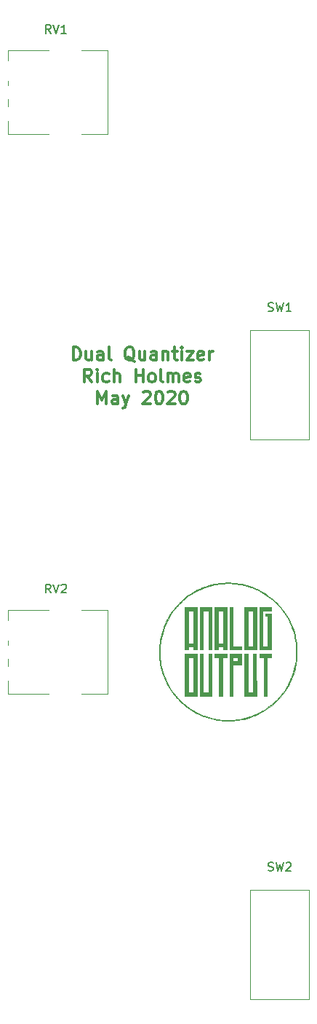
<source format=gbr>
G04 #@! TF.GenerationSoftware,KiCad,Pcbnew,5.1.5-52549c5~84~ubuntu18.04.1*
G04 #@! TF.CreationDate,2020-05-30T11:36:29-04:00*
G04 #@! TF.ProjectId,daughterboard,64617567-6874-4657-9262-6f6172642e6b,rev?*
G04 #@! TF.SameCoordinates,Original*
G04 #@! TF.FileFunction,Legend,Top*
G04 #@! TF.FilePolarity,Positive*
%FSLAX46Y46*%
G04 Gerber Fmt 4.6, Leading zero omitted, Abs format (unit mm)*
G04 Created by KiCad (PCBNEW 5.1.5-52549c5~84~ubuntu18.04.1) date 2020-05-30 11:36:29*
%MOMM*%
%LPD*%
G04 APERTURE LIST*
%ADD10C,0.300000*%
%ADD11C,0.010000*%
%ADD12C,0.120000*%
%ADD13C,0.150000*%
G04 APERTURE END LIST*
D10*
X152964285Y-71128571D02*
X152964285Y-69628571D01*
X153321428Y-69628571D01*
X153535714Y-69700000D01*
X153678571Y-69842857D01*
X153750000Y-69985714D01*
X153821428Y-70271428D01*
X153821428Y-70485714D01*
X153750000Y-70771428D01*
X153678571Y-70914285D01*
X153535714Y-71057142D01*
X153321428Y-71128571D01*
X152964285Y-71128571D01*
X155107142Y-70128571D02*
X155107142Y-71128571D01*
X154464285Y-70128571D02*
X154464285Y-70914285D01*
X154535714Y-71057142D01*
X154678571Y-71128571D01*
X154892857Y-71128571D01*
X155035714Y-71057142D01*
X155107142Y-70985714D01*
X156464285Y-71128571D02*
X156464285Y-70342857D01*
X156392857Y-70200000D01*
X156250000Y-70128571D01*
X155964285Y-70128571D01*
X155821428Y-70200000D01*
X156464285Y-71057142D02*
X156321428Y-71128571D01*
X155964285Y-71128571D01*
X155821428Y-71057142D01*
X155750000Y-70914285D01*
X155750000Y-70771428D01*
X155821428Y-70628571D01*
X155964285Y-70557142D01*
X156321428Y-70557142D01*
X156464285Y-70485714D01*
X157392857Y-71128571D02*
X157250000Y-71057142D01*
X157178571Y-70914285D01*
X157178571Y-69628571D01*
X160107142Y-71271428D02*
X159964285Y-71200000D01*
X159821428Y-71057142D01*
X159607142Y-70842857D01*
X159464285Y-70771428D01*
X159321428Y-70771428D01*
X159392857Y-71128571D02*
X159250000Y-71057142D01*
X159107142Y-70914285D01*
X159035714Y-70628571D01*
X159035714Y-70128571D01*
X159107142Y-69842857D01*
X159250000Y-69700000D01*
X159392857Y-69628571D01*
X159678571Y-69628571D01*
X159821428Y-69700000D01*
X159964285Y-69842857D01*
X160035714Y-70128571D01*
X160035714Y-70628571D01*
X159964285Y-70914285D01*
X159821428Y-71057142D01*
X159678571Y-71128571D01*
X159392857Y-71128571D01*
X161321428Y-70128571D02*
X161321428Y-71128571D01*
X160678571Y-70128571D02*
X160678571Y-70914285D01*
X160750000Y-71057142D01*
X160892857Y-71128571D01*
X161107142Y-71128571D01*
X161250000Y-71057142D01*
X161321428Y-70985714D01*
X162678571Y-71128571D02*
X162678571Y-70342857D01*
X162607142Y-70200000D01*
X162464285Y-70128571D01*
X162178571Y-70128571D01*
X162035714Y-70200000D01*
X162678571Y-71057142D02*
X162535714Y-71128571D01*
X162178571Y-71128571D01*
X162035714Y-71057142D01*
X161964285Y-70914285D01*
X161964285Y-70771428D01*
X162035714Y-70628571D01*
X162178571Y-70557142D01*
X162535714Y-70557142D01*
X162678571Y-70485714D01*
X163392857Y-70128571D02*
X163392857Y-71128571D01*
X163392857Y-70271428D02*
X163464285Y-70200000D01*
X163607142Y-70128571D01*
X163821428Y-70128571D01*
X163964285Y-70200000D01*
X164035714Y-70342857D01*
X164035714Y-71128571D01*
X164535714Y-70128571D02*
X165107142Y-70128571D01*
X164750000Y-69628571D02*
X164750000Y-70914285D01*
X164821428Y-71057142D01*
X164964285Y-71128571D01*
X165107142Y-71128571D01*
X165607142Y-71128571D02*
X165607142Y-70128571D01*
X165607142Y-69628571D02*
X165535714Y-69700000D01*
X165607142Y-69771428D01*
X165678571Y-69700000D01*
X165607142Y-69628571D01*
X165607142Y-69771428D01*
X166178571Y-70128571D02*
X166964285Y-70128571D01*
X166178571Y-71128571D01*
X166964285Y-71128571D01*
X168107142Y-71057142D02*
X167964285Y-71128571D01*
X167678571Y-71128571D01*
X167535714Y-71057142D01*
X167464285Y-70914285D01*
X167464285Y-70342857D01*
X167535714Y-70200000D01*
X167678571Y-70128571D01*
X167964285Y-70128571D01*
X168107142Y-70200000D01*
X168178571Y-70342857D01*
X168178571Y-70485714D01*
X167464285Y-70628571D01*
X168821428Y-71128571D02*
X168821428Y-70128571D01*
X168821428Y-70414285D02*
X168892857Y-70271428D01*
X168964285Y-70200000D01*
X169107142Y-70128571D01*
X169250000Y-70128571D01*
X155107142Y-73678571D02*
X154607142Y-72964285D01*
X154250000Y-73678571D02*
X154250000Y-72178571D01*
X154821428Y-72178571D01*
X154964285Y-72250000D01*
X155035714Y-72321428D01*
X155107142Y-72464285D01*
X155107142Y-72678571D01*
X155035714Y-72821428D01*
X154964285Y-72892857D01*
X154821428Y-72964285D01*
X154250000Y-72964285D01*
X155750000Y-73678571D02*
X155750000Y-72678571D01*
X155750000Y-72178571D02*
X155678571Y-72250000D01*
X155750000Y-72321428D01*
X155821428Y-72250000D01*
X155750000Y-72178571D01*
X155750000Y-72321428D01*
X157107142Y-73607142D02*
X156964285Y-73678571D01*
X156678571Y-73678571D01*
X156535714Y-73607142D01*
X156464285Y-73535714D01*
X156392857Y-73392857D01*
X156392857Y-72964285D01*
X156464285Y-72821428D01*
X156535714Y-72750000D01*
X156678571Y-72678571D01*
X156964285Y-72678571D01*
X157107142Y-72750000D01*
X157750000Y-73678571D02*
X157750000Y-72178571D01*
X158392857Y-73678571D02*
X158392857Y-72892857D01*
X158321428Y-72750000D01*
X158178571Y-72678571D01*
X157964285Y-72678571D01*
X157821428Y-72750000D01*
X157750000Y-72821428D01*
X160250000Y-73678571D02*
X160250000Y-72178571D01*
X160250000Y-72892857D02*
X161107142Y-72892857D01*
X161107142Y-73678571D02*
X161107142Y-72178571D01*
X162035714Y-73678571D02*
X161892857Y-73607142D01*
X161821428Y-73535714D01*
X161750000Y-73392857D01*
X161750000Y-72964285D01*
X161821428Y-72821428D01*
X161892857Y-72750000D01*
X162035714Y-72678571D01*
X162250000Y-72678571D01*
X162392857Y-72750000D01*
X162464285Y-72821428D01*
X162535714Y-72964285D01*
X162535714Y-73392857D01*
X162464285Y-73535714D01*
X162392857Y-73607142D01*
X162250000Y-73678571D01*
X162035714Y-73678571D01*
X163392857Y-73678571D02*
X163250000Y-73607142D01*
X163178571Y-73464285D01*
X163178571Y-72178571D01*
X163964285Y-73678571D02*
X163964285Y-72678571D01*
X163964285Y-72821428D02*
X164035714Y-72750000D01*
X164178571Y-72678571D01*
X164392857Y-72678571D01*
X164535714Y-72750000D01*
X164607142Y-72892857D01*
X164607142Y-73678571D01*
X164607142Y-72892857D02*
X164678571Y-72750000D01*
X164821428Y-72678571D01*
X165035714Y-72678571D01*
X165178571Y-72750000D01*
X165250000Y-72892857D01*
X165250000Y-73678571D01*
X166535714Y-73607142D02*
X166392857Y-73678571D01*
X166107142Y-73678571D01*
X165964285Y-73607142D01*
X165892857Y-73464285D01*
X165892857Y-72892857D01*
X165964285Y-72750000D01*
X166107142Y-72678571D01*
X166392857Y-72678571D01*
X166535714Y-72750000D01*
X166607142Y-72892857D01*
X166607142Y-73035714D01*
X165892857Y-73178571D01*
X167178571Y-73607142D02*
X167321428Y-73678571D01*
X167607142Y-73678571D01*
X167750000Y-73607142D01*
X167821428Y-73464285D01*
X167821428Y-73392857D01*
X167750000Y-73250000D01*
X167607142Y-73178571D01*
X167392857Y-73178571D01*
X167250000Y-73107142D01*
X167178571Y-72964285D01*
X167178571Y-72892857D01*
X167250000Y-72750000D01*
X167392857Y-72678571D01*
X167607142Y-72678571D01*
X167750000Y-72750000D01*
X155821428Y-76228571D02*
X155821428Y-74728571D01*
X156321428Y-75800000D01*
X156821428Y-74728571D01*
X156821428Y-76228571D01*
X158178571Y-76228571D02*
X158178571Y-75442857D01*
X158107142Y-75300000D01*
X157964285Y-75228571D01*
X157678571Y-75228571D01*
X157535714Y-75300000D01*
X158178571Y-76157142D02*
X158035714Y-76228571D01*
X157678571Y-76228571D01*
X157535714Y-76157142D01*
X157464285Y-76014285D01*
X157464285Y-75871428D01*
X157535714Y-75728571D01*
X157678571Y-75657142D01*
X158035714Y-75657142D01*
X158178571Y-75585714D01*
X158750000Y-75228571D02*
X159107142Y-76228571D01*
X159464285Y-75228571D02*
X159107142Y-76228571D01*
X158964285Y-76585714D01*
X158892857Y-76657142D01*
X158750000Y-76728571D01*
X161107142Y-74871428D02*
X161178571Y-74800000D01*
X161321428Y-74728571D01*
X161678571Y-74728571D01*
X161821428Y-74800000D01*
X161892857Y-74871428D01*
X161964285Y-75014285D01*
X161964285Y-75157142D01*
X161892857Y-75371428D01*
X161035714Y-76228571D01*
X161964285Y-76228571D01*
X162892857Y-74728571D02*
X163035714Y-74728571D01*
X163178571Y-74800000D01*
X163250000Y-74871428D01*
X163321428Y-75014285D01*
X163392857Y-75300000D01*
X163392857Y-75657142D01*
X163321428Y-75942857D01*
X163250000Y-76085714D01*
X163178571Y-76157142D01*
X163035714Y-76228571D01*
X162892857Y-76228571D01*
X162750000Y-76157142D01*
X162678571Y-76085714D01*
X162607142Y-75942857D01*
X162535714Y-75657142D01*
X162535714Y-75300000D01*
X162607142Y-75014285D01*
X162678571Y-74871428D01*
X162750000Y-74800000D01*
X162892857Y-74728571D01*
X163964285Y-74871428D02*
X164035714Y-74800000D01*
X164178571Y-74728571D01*
X164535714Y-74728571D01*
X164678571Y-74800000D01*
X164750000Y-74871428D01*
X164821428Y-75014285D01*
X164821428Y-75157142D01*
X164750000Y-75371428D01*
X163892857Y-76228571D01*
X164821428Y-76228571D01*
X165750000Y-74728571D02*
X165892857Y-74728571D01*
X166035714Y-74800000D01*
X166107142Y-74871428D01*
X166178571Y-75014285D01*
X166250000Y-75300000D01*
X166250000Y-75657142D01*
X166178571Y-75942857D01*
X166107142Y-76085714D01*
X166035714Y-76157142D01*
X165892857Y-76228571D01*
X165750000Y-76228571D01*
X165607142Y-76157142D01*
X165535714Y-76085714D01*
X165464285Y-75942857D01*
X165392857Y-75657142D01*
X165392857Y-75300000D01*
X165464285Y-75014285D01*
X165535714Y-74871428D01*
X165607142Y-74800000D01*
X165750000Y-74728571D01*
D11*
G36*
X171174991Y-96975735D02*
G01*
X171390629Y-96982774D01*
X171598909Y-96995337D01*
X171609600Y-96996151D01*
X171928374Y-97027031D01*
X172244574Y-97070289D01*
X172557904Y-97125818D01*
X172868072Y-97193510D01*
X173174782Y-97273257D01*
X173477741Y-97364950D01*
X173776654Y-97468480D01*
X174071227Y-97583741D01*
X174361166Y-97710622D01*
X174646177Y-97849017D01*
X174925965Y-97998816D01*
X175200237Y-98159912D01*
X175468699Y-98332196D01*
X175724400Y-98510716D01*
X175972396Y-98698759D01*
X176213921Y-98897428D01*
X176448286Y-99106041D01*
X176674801Y-99323919D01*
X176892777Y-99550380D01*
X177101524Y-99784742D01*
X177300355Y-100026326D01*
X177433860Y-100200161D01*
X177618876Y-100458787D01*
X177793230Y-100724146D01*
X177956761Y-100995861D01*
X178109306Y-101273556D01*
X178250704Y-101556854D01*
X178380794Y-101845380D01*
X178499413Y-102138756D01*
X178606399Y-102436608D01*
X178701591Y-102738557D01*
X178784827Y-103044229D01*
X178855945Y-103353246D01*
X178909055Y-103631575D01*
X178937042Y-103804235D01*
X178961037Y-103975168D01*
X178981439Y-104147803D01*
X178998648Y-104325570D01*
X179013063Y-104511896D01*
X179014931Y-104539625D01*
X179017042Y-104579936D01*
X179018835Y-104631142D01*
X179020311Y-104691464D01*
X179021469Y-104759124D01*
X179022310Y-104832341D01*
X179022833Y-104909338D01*
X179023039Y-104988334D01*
X179022926Y-105067552D01*
X179022496Y-105145212D01*
X179021748Y-105219534D01*
X179020681Y-105288741D01*
X179019296Y-105351053D01*
X179017593Y-105404691D01*
X179015571Y-105447876D01*
X179014991Y-105457200D01*
X178993639Y-105725334D01*
X178965676Y-105984351D01*
X178930812Y-106236148D01*
X178888757Y-106482622D01*
X178839221Y-106725671D01*
X178787955Y-106943241D01*
X178703741Y-107253427D01*
X178607846Y-107558673D01*
X178500362Y-107858811D01*
X178381378Y-108153671D01*
X178250984Y-108443085D01*
X178109271Y-108726882D01*
X177956329Y-109004895D01*
X177792247Y-109276954D01*
X177617117Y-109542889D01*
X177431028Y-109802532D01*
X177234070Y-110055714D01*
X177026334Y-110302265D01*
X176954446Y-110383239D01*
X176922488Y-110418069D01*
X176882958Y-110460027D01*
X176837387Y-110507566D01*
X176787310Y-110559144D01*
X176734262Y-110613214D01*
X176679776Y-110668232D01*
X176625386Y-110722654D01*
X176572626Y-110774935D01*
X176523031Y-110823529D01*
X176478134Y-110866893D01*
X176439469Y-110903481D01*
X176419725Y-110921698D01*
X176177164Y-111134082D01*
X175927826Y-111335786D01*
X175671968Y-111526703D01*
X175409846Y-111706729D01*
X175141717Y-111875757D01*
X174867836Y-112033681D01*
X174588462Y-112180395D01*
X174303851Y-112315794D01*
X174014258Y-112439772D01*
X173719941Y-112552223D01*
X173421156Y-112653041D01*
X173118160Y-112742120D01*
X172811210Y-112819355D01*
X172500562Y-112884638D01*
X172186472Y-112937866D01*
X171869198Y-112978931D01*
X171548996Y-113007728D01*
X171333375Y-113020087D01*
X171294019Y-113021469D01*
X171244526Y-113022637D01*
X171187151Y-113023583D01*
X171124151Y-113024301D01*
X171057781Y-113024782D01*
X170990295Y-113025020D01*
X170923951Y-113025006D01*
X170861003Y-113024734D01*
X170803708Y-113024196D01*
X170754319Y-113023385D01*
X170715094Y-113022293D01*
X170711075Y-113022138D01*
X170389278Y-113003071D01*
X170070045Y-112971720D01*
X169753659Y-112928190D01*
X169440404Y-112872587D01*
X169130562Y-112805016D01*
X168824416Y-112725583D01*
X168522249Y-112634392D01*
X168224345Y-112531550D01*
X167930987Y-112417162D01*
X167642457Y-112291333D01*
X167359038Y-112154168D01*
X167081015Y-112005773D01*
X166808669Y-111846253D01*
X166542285Y-111675714D01*
X166282144Y-111494261D01*
X166028530Y-111302000D01*
X165973975Y-111258532D01*
X165762582Y-111082109D01*
X165553698Y-110894938D01*
X165349323Y-110698964D01*
X165151459Y-110496129D01*
X164962107Y-110288375D01*
X164894199Y-110210175D01*
X164696322Y-109969527D01*
X164507571Y-109720284D01*
X164328302Y-109463034D01*
X164158871Y-109198365D01*
X163999632Y-108926867D01*
X163850941Y-108649127D01*
X163713153Y-108365734D01*
X163586623Y-108077277D01*
X163544962Y-107974975D01*
X163433049Y-107677599D01*
X163333287Y-107376886D01*
X163245687Y-107073211D01*
X163170261Y-106766952D01*
X163107022Y-106458484D01*
X163055980Y-106148185D01*
X163017150Y-105836431D01*
X162990541Y-105523599D01*
X162976167Y-105210065D01*
X162974743Y-105000000D01*
X163059475Y-105000000D01*
X163059580Y-105096293D01*
X163059947Y-105181638D01*
X163060658Y-105257786D01*
X163061792Y-105326488D01*
X163063429Y-105389495D01*
X163065649Y-105448557D01*
X163068532Y-105505424D01*
X163072159Y-105561849D01*
X163076609Y-105619581D01*
X163081963Y-105680371D01*
X163088301Y-105745971D01*
X163095702Y-105818131D01*
X163097812Y-105838200D01*
X163137267Y-106151784D01*
X163189082Y-106462810D01*
X163253113Y-106770937D01*
X163329214Y-107075827D01*
X163417242Y-107377138D01*
X163517051Y-107674531D01*
X163628497Y-107967665D01*
X163751435Y-108256201D01*
X163885722Y-108539799D01*
X164031211Y-108818118D01*
X164187758Y-109090819D01*
X164355219Y-109357562D01*
X164533450Y-109618007D01*
X164722304Y-109871813D01*
X164915722Y-110111595D01*
X164974700Y-110181174D01*
X165031615Y-110246716D01*
X165088272Y-110310173D01*
X165146476Y-110373500D01*
X165208032Y-110438647D01*
X165274744Y-110507568D01*
X165348418Y-110582215D01*
X165379871Y-110613744D01*
X165508278Y-110740062D01*
X165632218Y-110857562D01*
X165753963Y-110968192D01*
X165875785Y-111073898D01*
X165999956Y-111176628D01*
X166128745Y-111278330D01*
X166264427Y-111380950D01*
X166337040Y-111434290D01*
X166579212Y-111603233D01*
X166830297Y-111764170D01*
X167089121Y-111916523D01*
X167354511Y-112059718D01*
X167625290Y-112193179D01*
X167900285Y-112316331D01*
X168178321Y-112428598D01*
X168458223Y-112529404D01*
X168738818Y-112618175D01*
X168774325Y-112628524D01*
X169003846Y-112691549D01*
X169229880Y-112746941D01*
X169454561Y-112795055D01*
X169680028Y-112836244D01*
X169908415Y-112870863D01*
X170141859Y-112899267D01*
X170382498Y-112921810D01*
X170632466Y-112938847D01*
X170650750Y-112939864D01*
X170678707Y-112940894D01*
X170717779Y-112941600D01*
X170766385Y-112942002D01*
X170822944Y-112942121D01*
X170885874Y-112941975D01*
X170953596Y-112941584D01*
X171024528Y-112940970D01*
X171097089Y-112940150D01*
X171169698Y-112939146D01*
X171240776Y-112937976D01*
X171308740Y-112936661D01*
X171372010Y-112935221D01*
X171429005Y-112933675D01*
X171478144Y-112932043D01*
X171517846Y-112930346D01*
X171546100Y-112928635D01*
X171690558Y-112916665D01*
X171825841Y-112903570D01*
X171955455Y-112888923D01*
X172082903Y-112872300D01*
X172211692Y-112853277D01*
X172339850Y-112832359D01*
X172649490Y-112773295D01*
X172956131Y-112701975D01*
X173259392Y-112618569D01*
X173558895Y-112523249D01*
X173854263Y-112416185D01*
X174145116Y-112297547D01*
X174431077Y-112167506D01*
X174711766Y-112026233D01*
X174986806Y-111873898D01*
X175255819Y-111710672D01*
X175518425Y-111536725D01*
X175774247Y-111352227D01*
X175981575Y-111190866D01*
X176189717Y-111017043D01*
X176394452Y-110833804D01*
X176593631Y-110643227D01*
X176785102Y-110447393D01*
X176966715Y-110248381D01*
X177022169Y-110184632D01*
X177225140Y-109938812D01*
X177417637Y-109685875D01*
X177599532Y-109426036D01*
X177770694Y-109159510D01*
X177930991Y-108886511D01*
X178080295Y-108607255D01*
X178218473Y-108321957D01*
X178345396Y-108030832D01*
X178376354Y-107954666D01*
X178488636Y-107657325D01*
X178588792Y-107356408D01*
X178676748Y-107052227D01*
X178752428Y-106745092D01*
X178815756Y-106435316D01*
X178866658Y-106123210D01*
X178905058Y-105809086D01*
X178911817Y-105739775D01*
X178917793Y-105674465D01*
X178922893Y-105615676D01*
X178927185Y-105561664D01*
X178930737Y-105510687D01*
X178933618Y-105461004D01*
X178935894Y-105410873D01*
X178937634Y-105358551D01*
X178938907Y-105302296D01*
X178939779Y-105240367D01*
X178940319Y-105171022D01*
X178940595Y-105092518D01*
X178940674Y-105003113D01*
X178940675Y-105000000D01*
X178940600Y-104910211D01*
X178940332Y-104831379D01*
X178939801Y-104761763D01*
X178938941Y-104699620D01*
X178937683Y-104643208D01*
X178935959Y-104590785D01*
X178933701Y-104540610D01*
X178930841Y-104490940D01*
X178927312Y-104440033D01*
X178923045Y-104386147D01*
X178917972Y-104327541D01*
X178912026Y-104262471D01*
X178911817Y-104260225D01*
X178876271Y-103946587D01*
X178828284Y-103635048D01*
X178767999Y-103325996D01*
X178695559Y-103019818D01*
X178611109Y-102716902D01*
X178514791Y-102417635D01*
X178406748Y-102122406D01*
X178287124Y-101831601D01*
X178156061Y-101545608D01*
X178013704Y-101264815D01*
X177860196Y-100989610D01*
X177695679Y-100720379D01*
X177520297Y-100457511D01*
X177490694Y-100415300D01*
X177303809Y-100161644D01*
X177106646Y-99915341D01*
X176899486Y-99676690D01*
X176682611Y-99445990D01*
X176456304Y-99223539D01*
X176220846Y-99009637D01*
X175976519Y-98804582D01*
X175953000Y-98785687D01*
X175709432Y-98598764D01*
X175457192Y-98420822D01*
X175196942Y-98252232D01*
X174929348Y-98093367D01*
X174655075Y-97944601D01*
X174374787Y-97806305D01*
X174089149Y-97678853D01*
X173798825Y-97562617D01*
X173717800Y-97532502D01*
X173434472Y-97435024D01*
X173148299Y-97348738D01*
X172858533Y-97273486D01*
X172564427Y-97209108D01*
X172265234Y-97155447D01*
X171960209Y-97112344D01*
X171648604Y-97079641D01*
X171539750Y-97070767D01*
X171488630Y-97067595D01*
X171426592Y-97064898D01*
X171355407Y-97062679D01*
X171276847Y-97060935D01*
X171192685Y-97059667D01*
X171104691Y-97058876D01*
X171014639Y-97058561D01*
X170924300Y-97058722D01*
X170835447Y-97059359D01*
X170749851Y-97060473D01*
X170669284Y-97062062D01*
X170595520Y-97064128D01*
X170530329Y-97066670D01*
X170475483Y-97069689D01*
X170460250Y-97070767D01*
X170184454Y-97095598D01*
X169917162Y-97127842D01*
X169656314Y-97167858D01*
X169399856Y-97216002D01*
X169145729Y-97272631D01*
X168891876Y-97338104D01*
X168842681Y-97351805D01*
X168542873Y-97442852D01*
X168246573Y-97545948D01*
X167954304Y-97660819D01*
X167666593Y-97787187D01*
X167383963Y-97924778D01*
X167106940Y-98073317D01*
X166836048Y-98232527D01*
X166571812Y-98402134D01*
X166314756Y-98581861D01*
X166065405Y-98771434D01*
X165930372Y-98880928D01*
X165785437Y-99004537D01*
X165638871Y-99135990D01*
X165493080Y-99272948D01*
X165350470Y-99413072D01*
X165213447Y-99554023D01*
X165084417Y-99693463D01*
X165021431Y-99764425D01*
X164817557Y-100007239D01*
X164624008Y-100257244D01*
X164440935Y-100514096D01*
X164268488Y-100777449D01*
X164106817Y-101046959D01*
X163956073Y-101322283D01*
X163816408Y-101603076D01*
X163687970Y-101888995D01*
X163570912Y-102179694D01*
X163465383Y-102474830D01*
X163371534Y-102774058D01*
X163289515Y-103077035D01*
X163219478Y-103383415D01*
X163161572Y-103692856D01*
X163115949Y-104005012D01*
X163097812Y-104161800D01*
X163090121Y-104235953D01*
X163083514Y-104303091D01*
X163077912Y-104364965D01*
X163073235Y-104423324D01*
X163069401Y-104479920D01*
X163066332Y-104536504D01*
X163063947Y-104594826D01*
X163062166Y-104656638D01*
X163060909Y-104723689D01*
X163060096Y-104797731D01*
X163059647Y-104880515D01*
X163059481Y-104973791D01*
X163059475Y-105000000D01*
X162974743Y-105000000D01*
X162974039Y-104896206D01*
X162984169Y-104582399D01*
X163006569Y-104269019D01*
X163041252Y-103956445D01*
X163088229Y-103645052D01*
X163147512Y-103335217D01*
X163219113Y-103027317D01*
X163303045Y-102721728D01*
X163370756Y-102504450D01*
X163475926Y-102203487D01*
X163592745Y-101907463D01*
X163721048Y-101616663D01*
X163860665Y-101331376D01*
X164011429Y-101051888D01*
X164173174Y-100778485D01*
X164345731Y-100511455D01*
X164528932Y-100251084D01*
X164722611Y-99997661D01*
X164926599Y-99751470D01*
X165078462Y-99580275D01*
X165108217Y-99548295D01*
X165145594Y-99509116D01*
X165189029Y-99464307D01*
X165236954Y-99415433D01*
X165287803Y-99364061D01*
X165340008Y-99311757D01*
X165392004Y-99260090D01*
X165442222Y-99210624D01*
X165489097Y-99164928D01*
X165531062Y-99124568D01*
X165566549Y-99091110D01*
X165580275Y-99078462D01*
X165821047Y-98867276D01*
X166069184Y-98666321D01*
X166324396Y-98475760D01*
X166586395Y-98295753D01*
X166854890Y-98126464D01*
X167129594Y-97968054D01*
X167410216Y-97820685D01*
X167696469Y-97684520D01*
X167988061Y-97559720D01*
X168284705Y-97446447D01*
X168586111Y-97344863D01*
X168777500Y-97287174D01*
X169086397Y-97204847D01*
X169398110Y-97134900D01*
X169712588Y-97077345D01*
X170029775Y-97032191D01*
X170314200Y-97002451D01*
X170521597Y-96987578D01*
X170736707Y-96978156D01*
X170955760Y-96974202D01*
X171174991Y-96975735D01*
G37*
X171174991Y-96975735D02*
X171390629Y-96982774D01*
X171598909Y-96995337D01*
X171609600Y-96996151D01*
X171928374Y-97027031D01*
X172244574Y-97070289D01*
X172557904Y-97125818D01*
X172868072Y-97193510D01*
X173174782Y-97273257D01*
X173477741Y-97364950D01*
X173776654Y-97468480D01*
X174071227Y-97583741D01*
X174361166Y-97710622D01*
X174646177Y-97849017D01*
X174925965Y-97998816D01*
X175200237Y-98159912D01*
X175468699Y-98332196D01*
X175724400Y-98510716D01*
X175972396Y-98698759D01*
X176213921Y-98897428D01*
X176448286Y-99106041D01*
X176674801Y-99323919D01*
X176892777Y-99550380D01*
X177101524Y-99784742D01*
X177300355Y-100026326D01*
X177433860Y-100200161D01*
X177618876Y-100458787D01*
X177793230Y-100724146D01*
X177956761Y-100995861D01*
X178109306Y-101273556D01*
X178250704Y-101556854D01*
X178380794Y-101845380D01*
X178499413Y-102138756D01*
X178606399Y-102436608D01*
X178701591Y-102738557D01*
X178784827Y-103044229D01*
X178855945Y-103353246D01*
X178909055Y-103631575D01*
X178937042Y-103804235D01*
X178961037Y-103975168D01*
X178981439Y-104147803D01*
X178998648Y-104325570D01*
X179013063Y-104511896D01*
X179014931Y-104539625D01*
X179017042Y-104579936D01*
X179018835Y-104631142D01*
X179020311Y-104691464D01*
X179021469Y-104759124D01*
X179022310Y-104832341D01*
X179022833Y-104909338D01*
X179023039Y-104988334D01*
X179022926Y-105067552D01*
X179022496Y-105145212D01*
X179021748Y-105219534D01*
X179020681Y-105288741D01*
X179019296Y-105351053D01*
X179017593Y-105404691D01*
X179015571Y-105447876D01*
X179014991Y-105457200D01*
X178993639Y-105725334D01*
X178965676Y-105984351D01*
X178930812Y-106236148D01*
X178888757Y-106482622D01*
X178839221Y-106725671D01*
X178787955Y-106943241D01*
X178703741Y-107253427D01*
X178607846Y-107558673D01*
X178500362Y-107858811D01*
X178381378Y-108153671D01*
X178250984Y-108443085D01*
X178109271Y-108726882D01*
X177956329Y-109004895D01*
X177792247Y-109276954D01*
X177617117Y-109542889D01*
X177431028Y-109802532D01*
X177234070Y-110055714D01*
X177026334Y-110302265D01*
X176954446Y-110383239D01*
X176922488Y-110418069D01*
X176882958Y-110460027D01*
X176837387Y-110507566D01*
X176787310Y-110559144D01*
X176734262Y-110613214D01*
X176679776Y-110668232D01*
X176625386Y-110722654D01*
X176572626Y-110774935D01*
X176523031Y-110823529D01*
X176478134Y-110866893D01*
X176439469Y-110903481D01*
X176419725Y-110921698D01*
X176177164Y-111134082D01*
X175927826Y-111335786D01*
X175671968Y-111526703D01*
X175409846Y-111706729D01*
X175141717Y-111875757D01*
X174867836Y-112033681D01*
X174588462Y-112180395D01*
X174303851Y-112315794D01*
X174014258Y-112439772D01*
X173719941Y-112552223D01*
X173421156Y-112653041D01*
X173118160Y-112742120D01*
X172811210Y-112819355D01*
X172500562Y-112884638D01*
X172186472Y-112937866D01*
X171869198Y-112978931D01*
X171548996Y-113007728D01*
X171333375Y-113020087D01*
X171294019Y-113021469D01*
X171244526Y-113022637D01*
X171187151Y-113023583D01*
X171124151Y-113024301D01*
X171057781Y-113024782D01*
X170990295Y-113025020D01*
X170923951Y-113025006D01*
X170861003Y-113024734D01*
X170803708Y-113024196D01*
X170754319Y-113023385D01*
X170715094Y-113022293D01*
X170711075Y-113022138D01*
X170389278Y-113003071D01*
X170070045Y-112971720D01*
X169753659Y-112928190D01*
X169440404Y-112872587D01*
X169130562Y-112805016D01*
X168824416Y-112725583D01*
X168522249Y-112634392D01*
X168224345Y-112531550D01*
X167930987Y-112417162D01*
X167642457Y-112291333D01*
X167359038Y-112154168D01*
X167081015Y-112005773D01*
X166808669Y-111846253D01*
X166542285Y-111675714D01*
X166282144Y-111494261D01*
X166028530Y-111302000D01*
X165973975Y-111258532D01*
X165762582Y-111082109D01*
X165553698Y-110894938D01*
X165349323Y-110698964D01*
X165151459Y-110496129D01*
X164962107Y-110288375D01*
X164894199Y-110210175D01*
X164696322Y-109969527D01*
X164507571Y-109720284D01*
X164328302Y-109463034D01*
X164158871Y-109198365D01*
X163999632Y-108926867D01*
X163850941Y-108649127D01*
X163713153Y-108365734D01*
X163586623Y-108077277D01*
X163544962Y-107974975D01*
X163433049Y-107677599D01*
X163333287Y-107376886D01*
X163245687Y-107073211D01*
X163170261Y-106766952D01*
X163107022Y-106458484D01*
X163055980Y-106148185D01*
X163017150Y-105836431D01*
X162990541Y-105523599D01*
X162976167Y-105210065D01*
X162974743Y-105000000D01*
X163059475Y-105000000D01*
X163059580Y-105096293D01*
X163059947Y-105181638D01*
X163060658Y-105257786D01*
X163061792Y-105326488D01*
X163063429Y-105389495D01*
X163065649Y-105448557D01*
X163068532Y-105505424D01*
X163072159Y-105561849D01*
X163076609Y-105619581D01*
X163081963Y-105680371D01*
X163088301Y-105745971D01*
X163095702Y-105818131D01*
X163097812Y-105838200D01*
X163137267Y-106151784D01*
X163189082Y-106462810D01*
X163253113Y-106770937D01*
X163329214Y-107075827D01*
X163417242Y-107377138D01*
X163517051Y-107674531D01*
X163628497Y-107967665D01*
X163751435Y-108256201D01*
X163885722Y-108539799D01*
X164031211Y-108818118D01*
X164187758Y-109090819D01*
X164355219Y-109357562D01*
X164533450Y-109618007D01*
X164722304Y-109871813D01*
X164915722Y-110111595D01*
X164974700Y-110181174D01*
X165031615Y-110246716D01*
X165088272Y-110310173D01*
X165146476Y-110373500D01*
X165208032Y-110438647D01*
X165274744Y-110507568D01*
X165348418Y-110582215D01*
X165379871Y-110613744D01*
X165508278Y-110740062D01*
X165632218Y-110857562D01*
X165753963Y-110968192D01*
X165875785Y-111073898D01*
X165999956Y-111176628D01*
X166128745Y-111278330D01*
X166264427Y-111380950D01*
X166337040Y-111434290D01*
X166579212Y-111603233D01*
X166830297Y-111764170D01*
X167089121Y-111916523D01*
X167354511Y-112059718D01*
X167625290Y-112193179D01*
X167900285Y-112316331D01*
X168178321Y-112428598D01*
X168458223Y-112529404D01*
X168738818Y-112618175D01*
X168774325Y-112628524D01*
X169003846Y-112691549D01*
X169229880Y-112746941D01*
X169454561Y-112795055D01*
X169680028Y-112836244D01*
X169908415Y-112870863D01*
X170141859Y-112899267D01*
X170382498Y-112921810D01*
X170632466Y-112938847D01*
X170650750Y-112939864D01*
X170678707Y-112940894D01*
X170717779Y-112941600D01*
X170766385Y-112942002D01*
X170822944Y-112942121D01*
X170885874Y-112941975D01*
X170953596Y-112941584D01*
X171024528Y-112940970D01*
X171097089Y-112940150D01*
X171169698Y-112939146D01*
X171240776Y-112937976D01*
X171308740Y-112936661D01*
X171372010Y-112935221D01*
X171429005Y-112933675D01*
X171478144Y-112932043D01*
X171517846Y-112930346D01*
X171546100Y-112928635D01*
X171690558Y-112916665D01*
X171825841Y-112903570D01*
X171955455Y-112888923D01*
X172082903Y-112872300D01*
X172211692Y-112853277D01*
X172339850Y-112832359D01*
X172649490Y-112773295D01*
X172956131Y-112701975D01*
X173259392Y-112618569D01*
X173558895Y-112523249D01*
X173854263Y-112416185D01*
X174145116Y-112297547D01*
X174431077Y-112167506D01*
X174711766Y-112026233D01*
X174986806Y-111873898D01*
X175255819Y-111710672D01*
X175518425Y-111536725D01*
X175774247Y-111352227D01*
X175981575Y-111190866D01*
X176189717Y-111017043D01*
X176394452Y-110833804D01*
X176593631Y-110643227D01*
X176785102Y-110447393D01*
X176966715Y-110248381D01*
X177022169Y-110184632D01*
X177225140Y-109938812D01*
X177417637Y-109685875D01*
X177599532Y-109426036D01*
X177770694Y-109159510D01*
X177930991Y-108886511D01*
X178080295Y-108607255D01*
X178218473Y-108321957D01*
X178345396Y-108030832D01*
X178376354Y-107954666D01*
X178488636Y-107657325D01*
X178588792Y-107356408D01*
X178676748Y-107052227D01*
X178752428Y-106745092D01*
X178815756Y-106435316D01*
X178866658Y-106123210D01*
X178905058Y-105809086D01*
X178911817Y-105739775D01*
X178917793Y-105674465D01*
X178922893Y-105615676D01*
X178927185Y-105561664D01*
X178930737Y-105510687D01*
X178933618Y-105461004D01*
X178935894Y-105410873D01*
X178937634Y-105358551D01*
X178938907Y-105302296D01*
X178939779Y-105240367D01*
X178940319Y-105171022D01*
X178940595Y-105092518D01*
X178940674Y-105003113D01*
X178940675Y-105000000D01*
X178940600Y-104910211D01*
X178940332Y-104831379D01*
X178939801Y-104761763D01*
X178938941Y-104699620D01*
X178937683Y-104643208D01*
X178935959Y-104590785D01*
X178933701Y-104540610D01*
X178930841Y-104490940D01*
X178927312Y-104440033D01*
X178923045Y-104386147D01*
X178917972Y-104327541D01*
X178912026Y-104262471D01*
X178911817Y-104260225D01*
X178876271Y-103946587D01*
X178828284Y-103635048D01*
X178767999Y-103325996D01*
X178695559Y-103019818D01*
X178611109Y-102716902D01*
X178514791Y-102417635D01*
X178406748Y-102122406D01*
X178287124Y-101831601D01*
X178156061Y-101545608D01*
X178013704Y-101264815D01*
X177860196Y-100989610D01*
X177695679Y-100720379D01*
X177520297Y-100457511D01*
X177490694Y-100415300D01*
X177303809Y-100161644D01*
X177106646Y-99915341D01*
X176899486Y-99676690D01*
X176682611Y-99445990D01*
X176456304Y-99223539D01*
X176220846Y-99009637D01*
X175976519Y-98804582D01*
X175953000Y-98785687D01*
X175709432Y-98598764D01*
X175457192Y-98420822D01*
X175196942Y-98252232D01*
X174929348Y-98093367D01*
X174655075Y-97944601D01*
X174374787Y-97806305D01*
X174089149Y-97678853D01*
X173798825Y-97562617D01*
X173717800Y-97532502D01*
X173434472Y-97435024D01*
X173148299Y-97348738D01*
X172858533Y-97273486D01*
X172564427Y-97209108D01*
X172265234Y-97155447D01*
X171960209Y-97112344D01*
X171648604Y-97079641D01*
X171539750Y-97070767D01*
X171488630Y-97067595D01*
X171426592Y-97064898D01*
X171355407Y-97062679D01*
X171276847Y-97060935D01*
X171192685Y-97059667D01*
X171104691Y-97058876D01*
X171014639Y-97058561D01*
X170924300Y-97058722D01*
X170835447Y-97059359D01*
X170749851Y-97060473D01*
X170669284Y-97062062D01*
X170595520Y-97064128D01*
X170530329Y-97066670D01*
X170475483Y-97069689D01*
X170460250Y-97070767D01*
X170184454Y-97095598D01*
X169917162Y-97127842D01*
X169656314Y-97167858D01*
X169399856Y-97216002D01*
X169145729Y-97272631D01*
X168891876Y-97338104D01*
X168842681Y-97351805D01*
X168542873Y-97442852D01*
X168246573Y-97545948D01*
X167954304Y-97660819D01*
X167666593Y-97787187D01*
X167383963Y-97924778D01*
X167106940Y-98073317D01*
X166836048Y-98232527D01*
X166571812Y-98402134D01*
X166314756Y-98581861D01*
X166065405Y-98771434D01*
X165930372Y-98880928D01*
X165785437Y-99004537D01*
X165638871Y-99135990D01*
X165493080Y-99272948D01*
X165350470Y-99413072D01*
X165213447Y-99554023D01*
X165084417Y-99693463D01*
X165021431Y-99764425D01*
X164817557Y-100007239D01*
X164624008Y-100257244D01*
X164440935Y-100514096D01*
X164268488Y-100777449D01*
X164106817Y-101046959D01*
X163956073Y-101322283D01*
X163816408Y-101603076D01*
X163687970Y-101888995D01*
X163570912Y-102179694D01*
X163465383Y-102474830D01*
X163371534Y-102774058D01*
X163289515Y-103077035D01*
X163219478Y-103383415D01*
X163161572Y-103692856D01*
X163115949Y-104005012D01*
X163097812Y-104161800D01*
X163090121Y-104235953D01*
X163083514Y-104303091D01*
X163077912Y-104364965D01*
X163073235Y-104423324D01*
X163069401Y-104479920D01*
X163066332Y-104536504D01*
X163063947Y-104594826D01*
X163062166Y-104656638D01*
X163060909Y-104723689D01*
X163060096Y-104797731D01*
X163059647Y-104880515D01*
X163059481Y-104973791D01*
X163059475Y-105000000D01*
X162974743Y-105000000D01*
X162974039Y-104896206D01*
X162984169Y-104582399D01*
X163006569Y-104269019D01*
X163041252Y-103956445D01*
X163088229Y-103645052D01*
X163147512Y-103335217D01*
X163219113Y-103027317D01*
X163303045Y-102721728D01*
X163370756Y-102504450D01*
X163475926Y-102203487D01*
X163592745Y-101907463D01*
X163721048Y-101616663D01*
X163860665Y-101331376D01*
X164011429Y-101051888D01*
X164173174Y-100778485D01*
X164345731Y-100511455D01*
X164528932Y-100251084D01*
X164722611Y-99997661D01*
X164926599Y-99751470D01*
X165078462Y-99580275D01*
X165108217Y-99548295D01*
X165145594Y-99509116D01*
X165189029Y-99464307D01*
X165236954Y-99415433D01*
X165287803Y-99364061D01*
X165340008Y-99311757D01*
X165392004Y-99260090D01*
X165442222Y-99210624D01*
X165489097Y-99164928D01*
X165531062Y-99124568D01*
X165566549Y-99091110D01*
X165580275Y-99078462D01*
X165821047Y-98867276D01*
X166069184Y-98666321D01*
X166324396Y-98475760D01*
X166586395Y-98295753D01*
X166854890Y-98126464D01*
X167129594Y-97968054D01*
X167410216Y-97820685D01*
X167696469Y-97684520D01*
X167988061Y-97559720D01*
X168284705Y-97446447D01*
X168586111Y-97344863D01*
X168777500Y-97287174D01*
X169086397Y-97204847D01*
X169398110Y-97134900D01*
X169712588Y-97077345D01*
X170029775Y-97032191D01*
X170314200Y-97002451D01*
X170521597Y-96987578D01*
X170736707Y-96978156D01*
X170955760Y-96974202D01*
X171174991Y-96975735D01*
G36*
X167355100Y-110149850D02*
G01*
X166670358Y-110149850D01*
X166578164Y-110149811D01*
X166489542Y-110149699D01*
X166405319Y-110149519D01*
X166326320Y-110149275D01*
X166253370Y-110148972D01*
X166187295Y-110148617D01*
X166128920Y-110148213D01*
X166079070Y-110147766D01*
X166038572Y-110147281D01*
X166008250Y-110146764D01*
X165988929Y-110146218D01*
X165981437Y-110145649D01*
X165981383Y-110145616D01*
X165981079Y-110139033D01*
X165980782Y-110120182D01*
X165980490Y-110089499D01*
X165980206Y-110047417D01*
X165979930Y-109994368D01*
X165979662Y-109930787D01*
X165979403Y-109857108D01*
X165979155Y-109773763D01*
X165978918Y-109681186D01*
X165978692Y-109579811D01*
X165978478Y-109470070D01*
X165978278Y-109352399D01*
X165978091Y-109227230D01*
X165977919Y-109094997D01*
X165977762Y-108956133D01*
X165977622Y-108811072D01*
X165977498Y-108660247D01*
X165977392Y-108504092D01*
X165977304Y-108343040D01*
X165977235Y-108177526D01*
X165977186Y-108007981D01*
X165977157Y-107834841D01*
X165977150Y-107688166D01*
X165977150Y-105641350D01*
X166370850Y-105641350D01*
X166370850Y-109737100D01*
X166967750Y-109737100D01*
X166967750Y-105641350D01*
X166370850Y-105641350D01*
X165977150Y-105641350D01*
X165977150Y-105234950D01*
X167355100Y-105234950D01*
X167355100Y-110149850D01*
G37*
X167355100Y-110149850D02*
X166670358Y-110149850D01*
X166578164Y-110149811D01*
X166489542Y-110149699D01*
X166405319Y-110149519D01*
X166326320Y-110149275D01*
X166253370Y-110148972D01*
X166187295Y-110148617D01*
X166128920Y-110148213D01*
X166079070Y-110147766D01*
X166038572Y-110147281D01*
X166008250Y-110146764D01*
X165988929Y-110146218D01*
X165981437Y-110145649D01*
X165981383Y-110145616D01*
X165981079Y-110139033D01*
X165980782Y-110120182D01*
X165980490Y-110089499D01*
X165980206Y-110047417D01*
X165979930Y-109994368D01*
X165979662Y-109930787D01*
X165979403Y-109857108D01*
X165979155Y-109773763D01*
X165978918Y-109681186D01*
X165978692Y-109579811D01*
X165978478Y-109470070D01*
X165978278Y-109352399D01*
X165978091Y-109227230D01*
X165977919Y-109094997D01*
X165977762Y-108956133D01*
X165977622Y-108811072D01*
X165977498Y-108660247D01*
X165977392Y-108504092D01*
X165977304Y-108343040D01*
X165977235Y-108177526D01*
X165977186Y-108007981D01*
X165977157Y-107834841D01*
X165977150Y-107688166D01*
X165977150Y-105641350D01*
X166370850Y-105641350D01*
X166370850Y-109737100D01*
X166967750Y-109737100D01*
X166967750Y-105641350D01*
X166370850Y-105641350D01*
X165977150Y-105641350D01*
X165977150Y-105234950D01*
X167355100Y-105234950D01*
X167355100Y-110149850D01*
G36*
X168104400Y-109737100D02*
G01*
X168701300Y-109737100D01*
X168701300Y-105234950D01*
X169088650Y-105234950D01*
X169088650Y-110147095D01*
X168402373Y-110147095D01*
X168310147Y-110147064D01*
X168221541Y-110146975D01*
X168137377Y-110146831D01*
X168058473Y-110146637D01*
X167985649Y-110146396D01*
X167919725Y-110146112D01*
X167861520Y-110145790D01*
X167811855Y-110145434D01*
X167771547Y-110145047D01*
X167741419Y-110144634D01*
X167722288Y-110144199D01*
X167714974Y-110143745D01*
X167714925Y-110143710D01*
X167714846Y-110137187D01*
X167714780Y-110118398D01*
X167714725Y-110087776D01*
X167714682Y-110045754D01*
X167714651Y-109992765D01*
X167714631Y-109929243D01*
X167714623Y-109855622D01*
X167714625Y-109772333D01*
X167714639Y-109679812D01*
X167714663Y-109578492D01*
X167714698Y-109468804D01*
X167714744Y-109351184D01*
X167714799Y-109226065D01*
X167714865Y-109093879D01*
X167714941Y-108955060D01*
X167715026Y-108810042D01*
X167715121Y-108659258D01*
X167715226Y-108503141D01*
X167715340Y-108342124D01*
X167715463Y-108176642D01*
X167715595Y-108007127D01*
X167715735Y-107834012D01*
X167715859Y-107687637D01*
X167717965Y-105234950D01*
X168104400Y-105234950D01*
X168104400Y-109737100D01*
G37*
X168104400Y-109737100D02*
X168701300Y-109737100D01*
X168701300Y-105234950D01*
X169088650Y-105234950D01*
X169088650Y-110147095D01*
X168402373Y-110147095D01*
X168310147Y-110147064D01*
X168221541Y-110146975D01*
X168137377Y-110146831D01*
X168058473Y-110146637D01*
X167985649Y-110146396D01*
X167919725Y-110146112D01*
X167861520Y-110145790D01*
X167811855Y-110145434D01*
X167771547Y-110145047D01*
X167741419Y-110144634D01*
X167722288Y-110144199D01*
X167714974Y-110143745D01*
X167714925Y-110143710D01*
X167714846Y-110137187D01*
X167714780Y-110118398D01*
X167714725Y-110087776D01*
X167714682Y-110045754D01*
X167714651Y-109992765D01*
X167714631Y-109929243D01*
X167714623Y-109855622D01*
X167714625Y-109772333D01*
X167714639Y-109679812D01*
X167714663Y-109578492D01*
X167714698Y-109468804D01*
X167714744Y-109351184D01*
X167714799Y-109226065D01*
X167714865Y-109093879D01*
X167714941Y-108955060D01*
X167715026Y-108810042D01*
X167715121Y-108659258D01*
X167715226Y-108503141D01*
X167715340Y-108342124D01*
X167715463Y-108176642D01*
X167715595Y-108007127D01*
X167715735Y-107834012D01*
X167715859Y-107687637D01*
X167717965Y-105234950D01*
X168104400Y-105234950D01*
X168104400Y-109737100D01*
G36*
X173298700Y-109737100D02*
G01*
X173895600Y-109737100D01*
X173895600Y-105234950D01*
X174282950Y-105234950D01*
X174284490Y-107486025D01*
X174284606Y-107656617D01*
X174284720Y-107825000D01*
X174284833Y-107990666D01*
X174284942Y-108153107D01*
X174285048Y-108311814D01*
X174285151Y-108466281D01*
X174285251Y-108616000D01*
X174285346Y-108760461D01*
X174285437Y-108899158D01*
X174285524Y-109031582D01*
X174285605Y-109157225D01*
X174285681Y-109275581D01*
X174285752Y-109386139D01*
X174285816Y-109488394D01*
X174285874Y-109581836D01*
X174285926Y-109665958D01*
X174285970Y-109740251D01*
X174286008Y-109804209D01*
X174286038Y-109857323D01*
X174286059Y-109899085D01*
X174286073Y-109928987D01*
X174286077Y-109941887D01*
X174286125Y-110146675D01*
X173598737Y-110146901D01*
X172911350Y-110147127D01*
X172911350Y-105234950D01*
X173298700Y-105234950D01*
X173298700Y-109737100D01*
G37*
X173298700Y-109737100D02*
X173895600Y-109737100D01*
X173895600Y-105234950D01*
X174282950Y-105234950D01*
X174284490Y-107486025D01*
X174284606Y-107656617D01*
X174284720Y-107825000D01*
X174284833Y-107990666D01*
X174284942Y-108153107D01*
X174285048Y-108311814D01*
X174285151Y-108466281D01*
X174285251Y-108616000D01*
X174285346Y-108760461D01*
X174285437Y-108899158D01*
X174285524Y-109031582D01*
X174285605Y-109157225D01*
X174285681Y-109275581D01*
X174285752Y-109386139D01*
X174285816Y-109488394D01*
X174285874Y-109581836D01*
X174285926Y-109665958D01*
X174285970Y-109740251D01*
X174286008Y-109804209D01*
X174286038Y-109857323D01*
X174286059Y-109899085D01*
X174286073Y-109928987D01*
X174286077Y-109941887D01*
X174286125Y-110146675D01*
X173598737Y-110146901D01*
X172911350Y-110147127D01*
X172911350Y-105234950D01*
X173298700Y-105234950D01*
X173298700Y-109737100D01*
G36*
X170822200Y-105641350D02*
G01*
X170326900Y-105641350D01*
X170326900Y-110143500D01*
X169939550Y-110143500D01*
X169939550Y-105641350D01*
X169444250Y-105641350D01*
X169444250Y-105234950D01*
X170822200Y-105234950D01*
X170822200Y-105641350D01*
G37*
X170822200Y-105641350D02*
X170326900Y-105641350D01*
X170326900Y-110143500D01*
X169939550Y-110143500D01*
X169939550Y-105641350D01*
X169444250Y-105641350D01*
X169444250Y-105234950D01*
X170822200Y-105234950D01*
X170822200Y-105641350D01*
G36*
X172555750Y-106498522D02*
G01*
X172062037Y-106500148D01*
X171568325Y-106501775D01*
X171566726Y-108322637D01*
X171565128Y-110143500D01*
X171177800Y-110143500D01*
X171177800Y-105959181D01*
X171566227Y-105959181D01*
X171566297Y-106001195D01*
X171566542Y-106036245D01*
X171566952Y-106062800D01*
X171567519Y-106079330D01*
X171568039Y-106084220D01*
X171571377Y-106086165D01*
X171580368Y-106087789D01*
X171595905Y-106089117D01*
X171618886Y-106090172D01*
X171650204Y-106090979D01*
X171690756Y-106091561D01*
X171741437Y-106091942D01*
X171803141Y-106092147D01*
X171866575Y-106092200D01*
X172162050Y-106092200D01*
X172162050Y-105641224D01*
X171865187Y-105642874D01*
X171568325Y-105644525D01*
X171566651Y-105860382D01*
X171566342Y-105911733D01*
X171566227Y-105959181D01*
X171177800Y-105959181D01*
X171177800Y-105234950D01*
X172555750Y-105234950D01*
X172555750Y-106498522D01*
G37*
X172555750Y-106498522D02*
X172062037Y-106500148D01*
X171568325Y-106501775D01*
X171566726Y-108322637D01*
X171565128Y-110143500D01*
X171177800Y-110143500D01*
X171177800Y-105959181D01*
X171566227Y-105959181D01*
X171566297Y-106001195D01*
X171566542Y-106036245D01*
X171566952Y-106062800D01*
X171567519Y-106079330D01*
X171568039Y-106084220D01*
X171571377Y-106086165D01*
X171580368Y-106087789D01*
X171595905Y-106089117D01*
X171618886Y-106090172D01*
X171650204Y-106090979D01*
X171690756Y-106091561D01*
X171741437Y-106091942D01*
X171803141Y-106092147D01*
X171866575Y-106092200D01*
X172162050Y-106092200D01*
X172162050Y-105641224D01*
X171865187Y-105642874D01*
X171568325Y-105644525D01*
X171566651Y-105860382D01*
X171566342Y-105911733D01*
X171566227Y-105959181D01*
X171177800Y-105959181D01*
X171177800Y-105234950D01*
X172555750Y-105234950D01*
X172555750Y-106498522D01*
G36*
X176016500Y-105641350D02*
G01*
X175527550Y-105641350D01*
X175527550Y-110143500D01*
X175133850Y-110143500D01*
X175133850Y-105641350D01*
X174644900Y-105641350D01*
X174644900Y-105234950D01*
X176016500Y-105234950D01*
X176016500Y-105641350D01*
G37*
X176016500Y-105641350D02*
X175527550Y-105641350D01*
X175527550Y-110143500D01*
X175133850Y-110143500D01*
X175133850Y-105641350D01*
X174644900Y-105641350D01*
X174644900Y-105234950D01*
X176016500Y-105234950D01*
X176016500Y-105641350D01*
G36*
X167355100Y-104765050D02*
G01*
X166967750Y-104765050D01*
X166967750Y-104358650D01*
X166370850Y-104358650D01*
X166370850Y-104765050D01*
X165983500Y-104765050D01*
X165983372Y-104563437D01*
X165983360Y-104541822D01*
X165983346Y-104508014D01*
X165983329Y-104462520D01*
X165983309Y-104405845D01*
X165983286Y-104338496D01*
X165983262Y-104260980D01*
X165983234Y-104173804D01*
X165983205Y-104077474D01*
X165983174Y-103972497D01*
X165983141Y-103859379D01*
X165983106Y-103738627D01*
X165983070Y-103610748D01*
X165983032Y-103476247D01*
X165982993Y-103335632D01*
X165982953Y-103189410D01*
X165982912Y-103038086D01*
X165982870Y-102882168D01*
X165982827Y-102722162D01*
X165982784Y-102558575D01*
X165982740Y-102391913D01*
X165982696Y-102222682D01*
X165982667Y-102107575D01*
X165982195Y-100262900D01*
X166370850Y-100262900D01*
X166370850Y-104085725D01*
X166667712Y-104084075D01*
X166964575Y-104082425D01*
X166966172Y-102172662D01*
X166967770Y-100262900D01*
X166370850Y-100262900D01*
X165982195Y-100262900D01*
X165982090Y-99853325D01*
X166668595Y-99853098D01*
X167355100Y-99852872D01*
X167355100Y-104765050D01*
G37*
X167355100Y-104765050D02*
X166967750Y-104765050D01*
X166967750Y-104358650D01*
X166370850Y-104358650D01*
X166370850Y-104765050D01*
X165983500Y-104765050D01*
X165983372Y-104563437D01*
X165983360Y-104541822D01*
X165983346Y-104508014D01*
X165983329Y-104462520D01*
X165983309Y-104405845D01*
X165983286Y-104338496D01*
X165983262Y-104260980D01*
X165983234Y-104173804D01*
X165983205Y-104077474D01*
X165983174Y-103972497D01*
X165983141Y-103859379D01*
X165983106Y-103738627D01*
X165983070Y-103610748D01*
X165983032Y-103476247D01*
X165982993Y-103335632D01*
X165982953Y-103189410D01*
X165982912Y-103038086D01*
X165982870Y-102882168D01*
X165982827Y-102722162D01*
X165982784Y-102558575D01*
X165982740Y-102391913D01*
X165982696Y-102222682D01*
X165982667Y-102107575D01*
X165982195Y-100262900D01*
X166370850Y-100262900D01*
X166370850Y-104085725D01*
X166667712Y-104084075D01*
X166964575Y-104082425D01*
X166966172Y-102172662D01*
X166967770Y-100262900D01*
X166370850Y-100262900D01*
X165982195Y-100262900D01*
X165982090Y-99853325D01*
X166668595Y-99853098D01*
X167355100Y-99852872D01*
X167355100Y-104765050D01*
G36*
X169088650Y-104765050D02*
G01*
X168701300Y-104765050D01*
X168701300Y-100262900D01*
X168104400Y-100262900D01*
X168104400Y-104765050D01*
X167717050Y-104765050D01*
X167715509Y-102513975D01*
X167715393Y-102343382D01*
X167715279Y-102174999D01*
X167715166Y-102009333D01*
X167715057Y-101846892D01*
X167714951Y-101688185D01*
X167714848Y-101533718D01*
X167714748Y-101383999D01*
X167714653Y-101239538D01*
X167714562Y-101100841D01*
X167714475Y-100968417D01*
X167714394Y-100842774D01*
X167714318Y-100724418D01*
X167714247Y-100613860D01*
X167714183Y-100511605D01*
X167714125Y-100418163D01*
X167714073Y-100334041D01*
X167714029Y-100259748D01*
X167713991Y-100195790D01*
X167713961Y-100142676D01*
X167713940Y-100100914D01*
X167713926Y-100071012D01*
X167713922Y-100058112D01*
X167713875Y-99853325D01*
X168401262Y-99853098D01*
X169088650Y-99852872D01*
X169088650Y-104765050D01*
G37*
X169088650Y-104765050D02*
X168701300Y-104765050D01*
X168701300Y-100262900D01*
X168104400Y-100262900D01*
X168104400Y-104765050D01*
X167717050Y-104765050D01*
X167715509Y-102513975D01*
X167715393Y-102343382D01*
X167715279Y-102174999D01*
X167715166Y-102009333D01*
X167715057Y-101846892D01*
X167714951Y-101688185D01*
X167714848Y-101533718D01*
X167714748Y-101383999D01*
X167714653Y-101239538D01*
X167714562Y-101100841D01*
X167714475Y-100968417D01*
X167714394Y-100842774D01*
X167714318Y-100724418D01*
X167714247Y-100613860D01*
X167714183Y-100511605D01*
X167714125Y-100418163D01*
X167714073Y-100334041D01*
X167714029Y-100259748D01*
X167713991Y-100195790D01*
X167713961Y-100142676D01*
X167713940Y-100100914D01*
X167713926Y-100071012D01*
X167713922Y-100058112D01*
X167713875Y-99853325D01*
X168401262Y-99853098D01*
X169088650Y-99852872D01*
X169088650Y-104765050D01*
G36*
X170820620Y-102309187D02*
G01*
X170822216Y-104765050D01*
X170434850Y-104765050D01*
X170434850Y-104358650D01*
X169837950Y-104358650D01*
X169837950Y-104765050D01*
X169444233Y-104765050D01*
X169445829Y-102309187D01*
X169447158Y-100262900D01*
X169837950Y-100262900D01*
X169837950Y-104085725D01*
X170134812Y-104084075D01*
X170431675Y-104082425D01*
X170433272Y-102172662D01*
X170434870Y-100262900D01*
X169837950Y-100262900D01*
X169447158Y-100262900D01*
X169447425Y-99853325D01*
X170819025Y-99853325D01*
X170820620Y-102309187D01*
G37*
X170820620Y-102309187D02*
X170822216Y-104765050D01*
X170434850Y-104765050D01*
X170434850Y-104358650D01*
X169837950Y-104358650D01*
X169837950Y-104765050D01*
X169444233Y-104765050D01*
X169445829Y-102309187D01*
X169447158Y-100262900D01*
X169837950Y-100262900D01*
X169837950Y-104085725D01*
X170134812Y-104084075D01*
X170431675Y-104082425D01*
X170433272Y-102172662D01*
X170434870Y-100262900D01*
X169837950Y-100262900D01*
X169447158Y-100262900D01*
X169447425Y-99853325D01*
X170819025Y-99853325D01*
X170820620Y-102309187D01*
G36*
X171566728Y-102105987D02*
G01*
X171568325Y-104355475D01*
X172062037Y-104357101D01*
X172555750Y-104358727D01*
X172555750Y-104765050D01*
X171177800Y-104765050D01*
X171177800Y-99856500D01*
X171565132Y-99856500D01*
X171566728Y-102105987D01*
G37*
X171566728Y-102105987D02*
X171568325Y-104355475D01*
X172062037Y-104357101D01*
X172555750Y-104358727D01*
X172555750Y-104765050D01*
X171177800Y-104765050D01*
X171177800Y-99856500D01*
X171565132Y-99856500D01*
X171566728Y-102105987D01*
G36*
X173598737Y-99851709D02*
G01*
X174286125Y-99853325D01*
X174287720Y-102309187D01*
X174289316Y-104765050D01*
X172911350Y-104765050D01*
X172911350Y-100262900D01*
X173305050Y-100262900D01*
X173305050Y-104358650D01*
X173895600Y-104358650D01*
X173895600Y-100262900D01*
X173305050Y-100262900D01*
X172911350Y-100262900D01*
X172911350Y-99850093D01*
X173598737Y-99851709D01*
G37*
X173598737Y-99851709D02*
X174286125Y-99853325D01*
X174287720Y-102309187D01*
X174289316Y-104765050D01*
X172911350Y-104765050D01*
X172911350Y-100262900D01*
X173305050Y-100262900D01*
X173305050Y-104358650D01*
X173895600Y-104358650D01*
X173895600Y-100262900D01*
X173305050Y-100262900D01*
X172911350Y-100262900D01*
X172911350Y-99850093D01*
X173598737Y-99851709D01*
G36*
X174935412Y-99852281D02*
G01*
X174998520Y-99853088D01*
X175071885Y-99853844D01*
X175153065Y-99854535D01*
X175239617Y-99855145D01*
X175329098Y-99855659D01*
X175419066Y-99856063D01*
X175507078Y-99856342D01*
X175590690Y-99856480D01*
X175621212Y-99856492D01*
X176016500Y-99856500D01*
X176016500Y-100262900D01*
X175032250Y-100262900D01*
X175032250Y-104358650D01*
X175629150Y-104358650D01*
X175629150Y-100847338D01*
X175484687Y-100845631D01*
X175340225Y-100843925D01*
X175338513Y-100705757D01*
X175336802Y-100567589D01*
X175676903Y-100569232D01*
X176017005Y-100570875D01*
X176018340Y-102667962D01*
X176019675Y-104765050D01*
X174644900Y-104765050D01*
X174644900Y-99848078D01*
X174935412Y-99852281D01*
G37*
X174935412Y-99852281D02*
X174998520Y-99853088D01*
X175071885Y-99853844D01*
X175153065Y-99854535D01*
X175239617Y-99855145D01*
X175329098Y-99855659D01*
X175419066Y-99856063D01*
X175507078Y-99856342D01*
X175590690Y-99856480D01*
X175621212Y-99856492D01*
X176016500Y-99856500D01*
X176016500Y-100262900D01*
X175032250Y-100262900D01*
X175032250Y-104358650D01*
X175629150Y-104358650D01*
X175629150Y-100847338D01*
X175484687Y-100845631D01*
X175340225Y-100843925D01*
X175338513Y-100705757D01*
X175336802Y-100567589D01*
X175676903Y-100569232D01*
X176017005Y-100570875D01*
X176018340Y-102667962D01*
X176019675Y-104765050D01*
X174644900Y-104765050D01*
X174644900Y-99848078D01*
X174935412Y-99852281D01*
D12*
X180430000Y-132650000D02*
X180430000Y-145350000D01*
X180430000Y-145350000D02*
X173570000Y-145350000D01*
X173570000Y-145340000D02*
X173570000Y-132650000D01*
X173570000Y-132650000D02*
X180420000Y-132650000D01*
X180420000Y-132650000D02*
X180420000Y-132660000D01*
X180420000Y-67650000D02*
X180420000Y-67660000D01*
X173570000Y-67650000D02*
X180420000Y-67650000D01*
X173570000Y-80340000D02*
X173570000Y-67650000D01*
X180430000Y-80350000D02*
X173570000Y-80350000D01*
X180430000Y-67650000D02*
X180430000Y-80350000D01*
X145380000Y-106660000D02*
X145380000Y-105830000D01*
X145380000Y-104210000D02*
X145380000Y-103680000D01*
X145380000Y-101310000D02*
X145380000Y-100130000D01*
X145380000Y-109870000D02*
X150100000Y-109870000D01*
X153910000Y-100130000D02*
X156970000Y-100130000D01*
X145380000Y-100120000D02*
X150100000Y-100120000D01*
X153910000Y-109870000D02*
X156970000Y-109870000D01*
X145380000Y-109870000D02*
X145380000Y-108380000D01*
X156970000Y-109870000D02*
X156970000Y-100130000D01*
X145380000Y-41660000D02*
X145380000Y-40830000D01*
X145380000Y-39210000D02*
X145380000Y-38680000D01*
X145380000Y-36310000D02*
X145380000Y-35130000D01*
X145380000Y-44870000D02*
X150100000Y-44870000D01*
X153910000Y-35130000D02*
X156970000Y-35130000D01*
X145380000Y-35120000D02*
X150100000Y-35120000D01*
X153910000Y-44870000D02*
X156970000Y-44870000D01*
X145380000Y-44870000D02*
X145380000Y-43380000D01*
X156970000Y-44870000D02*
X156970000Y-35130000D01*
D13*
X175666666Y-130404761D02*
X175809523Y-130452380D01*
X176047619Y-130452380D01*
X176142857Y-130404761D01*
X176190476Y-130357142D01*
X176238095Y-130261904D01*
X176238095Y-130166666D01*
X176190476Y-130071428D01*
X176142857Y-130023809D01*
X176047619Y-129976190D01*
X175857142Y-129928571D01*
X175761904Y-129880952D01*
X175714285Y-129833333D01*
X175666666Y-129738095D01*
X175666666Y-129642857D01*
X175714285Y-129547619D01*
X175761904Y-129500000D01*
X175857142Y-129452380D01*
X176095238Y-129452380D01*
X176238095Y-129500000D01*
X176571428Y-129452380D02*
X176809523Y-130452380D01*
X177000000Y-129738095D01*
X177190476Y-130452380D01*
X177428571Y-129452380D01*
X177761904Y-129547619D02*
X177809523Y-129500000D01*
X177904761Y-129452380D01*
X178142857Y-129452380D01*
X178238095Y-129500000D01*
X178285714Y-129547619D01*
X178333333Y-129642857D01*
X178333333Y-129738095D01*
X178285714Y-129880952D01*
X177714285Y-130452380D01*
X178333333Y-130452380D01*
X175666666Y-65404761D02*
X175809523Y-65452380D01*
X176047619Y-65452380D01*
X176142857Y-65404761D01*
X176190476Y-65357142D01*
X176238095Y-65261904D01*
X176238095Y-65166666D01*
X176190476Y-65071428D01*
X176142857Y-65023809D01*
X176047619Y-64976190D01*
X175857142Y-64928571D01*
X175761904Y-64880952D01*
X175714285Y-64833333D01*
X175666666Y-64738095D01*
X175666666Y-64642857D01*
X175714285Y-64547619D01*
X175761904Y-64500000D01*
X175857142Y-64452380D01*
X176095238Y-64452380D01*
X176238095Y-64500000D01*
X176571428Y-64452380D02*
X176809523Y-65452380D01*
X177000000Y-64738095D01*
X177190476Y-65452380D01*
X177428571Y-64452380D01*
X178333333Y-65452380D02*
X177761904Y-65452380D01*
X178047619Y-65452380D02*
X178047619Y-64452380D01*
X177952380Y-64595238D01*
X177857142Y-64690476D01*
X177761904Y-64738095D01*
X150354761Y-98152380D02*
X150021428Y-97676190D01*
X149783333Y-98152380D02*
X149783333Y-97152380D01*
X150164285Y-97152380D01*
X150259523Y-97200000D01*
X150307142Y-97247619D01*
X150354761Y-97342857D01*
X150354761Y-97485714D01*
X150307142Y-97580952D01*
X150259523Y-97628571D01*
X150164285Y-97676190D01*
X149783333Y-97676190D01*
X150640476Y-97152380D02*
X150973809Y-98152380D01*
X151307142Y-97152380D01*
X151592857Y-97247619D02*
X151640476Y-97200000D01*
X151735714Y-97152380D01*
X151973809Y-97152380D01*
X152069047Y-97200000D01*
X152116666Y-97247619D01*
X152164285Y-97342857D01*
X152164285Y-97438095D01*
X152116666Y-97580952D01*
X151545238Y-98152380D01*
X152164285Y-98152380D01*
X150354761Y-33152380D02*
X150021428Y-32676190D01*
X149783333Y-33152380D02*
X149783333Y-32152380D01*
X150164285Y-32152380D01*
X150259523Y-32200000D01*
X150307142Y-32247619D01*
X150354761Y-32342857D01*
X150354761Y-32485714D01*
X150307142Y-32580952D01*
X150259523Y-32628571D01*
X150164285Y-32676190D01*
X149783333Y-32676190D01*
X150640476Y-32152380D02*
X150973809Y-33152380D01*
X151307142Y-32152380D01*
X152164285Y-33152380D02*
X151592857Y-33152380D01*
X151878571Y-33152380D02*
X151878571Y-32152380D01*
X151783333Y-32295238D01*
X151688095Y-32390476D01*
X151592857Y-32438095D01*
M02*

</source>
